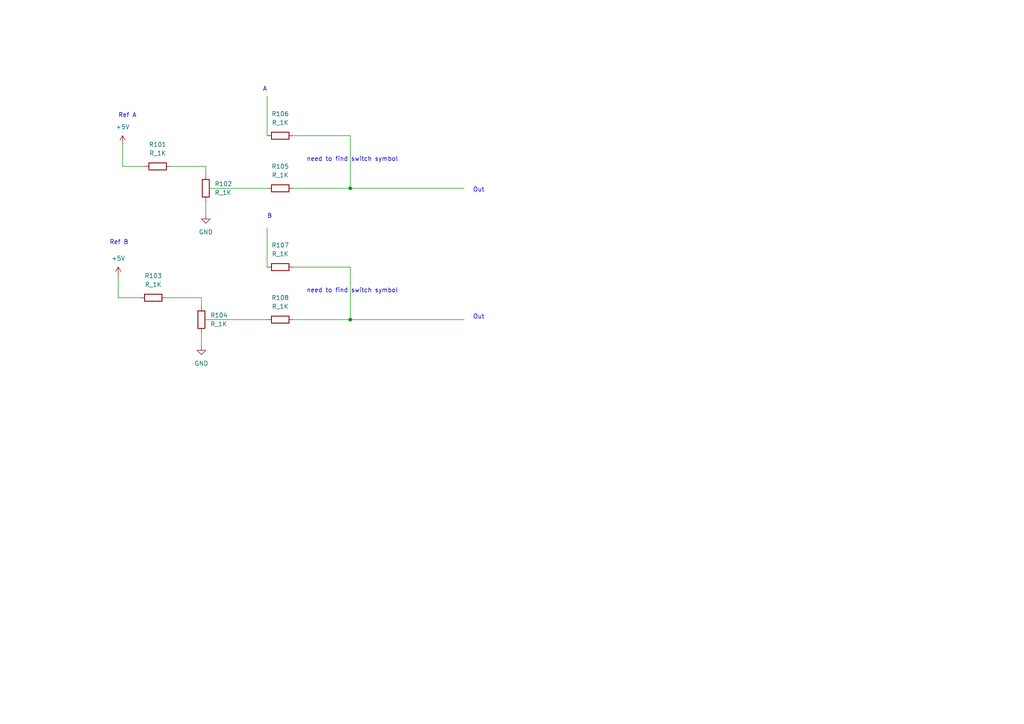
<source format=kicad_sch>
(kicad_sch (version 20230121) (generator eeschema)
  (paper "A4")
  (lib_symbols
    (symbol "R_1K_1" (pin_numbers hide) (pin_names (offset 0))
      (property "Reference" "R" (at 2.032 0 90))
      (property "Value" "R_1K" (at -2.54 0 90))
      (symbol "R_1K_1_0_1"
        (rectangle (start -1.016 -2.54) (end 1.016 2.54) (stroke (width 0.254)))
      )
      (symbol "R_1K_1_1_1"
        (pin passive line (at 0 3.81 270) (length 1.27) (name "~") (number "1"))
        (pin passive line (at 0 -3.81 90) (length 1.27) (name "~") (number "2"))
      )
    )
    (symbol "R_1K_2" (pin_numbers hide) (pin_names (offset 0))
      (property "Reference" "R" (at 2.032 0 90))
      (property "Value" "R_1K" (at -2.54 0 90))
      (symbol "R_1K_2_0_1"
        (rectangle (start -1.016 -2.54) (end 1.016 2.54) (stroke (width 0.254)))
      )
      (symbol "R_1K_2_1_1"
        (pin passive line (at 0 3.81 270) (length 1.27) (name "~") (number "1"))
        (pin passive line (at 0 -3.81 90) (length 1.27) (name "~") (number "2"))
      )
    )
    (symbol "R_1K_3" (pin_numbers hide) (pin_names (offset 0))
      (property "Reference" "R" (at 2.032 0 90))
      (property "Value" "R_1K" (at -2.54 0 90))
      (symbol "R_1K_3_0_1"
        (rectangle (start -1.016 -2.54) (end 1.016 2.54) (stroke (width 0.254)))
      )
      (symbol "R_1K_3_1_1"
        (pin passive line (at 0 3.81 270) (length 1.27) (name "~") (number "1"))
        (pin passive line (at 0 -3.81 90) (length 1.27) (name "~") (number "2"))
      )
    )
    (symbol "formula:+5V_BMS" (power) (pin_names (offset 0))
      (property "Value" "+5V_BMS" (at 0 3.556 0))
      (symbol "+5V_BMS_0_1"
        (polyline (pts (xy -0.762 1.27) (xy 0 2.54)))
        (polyline (pts (xy 0 0) (xy 0 2.54)))
        (polyline (pts (xy 0 2.54) (xy 0.762 1.27)))
      )
      (symbol "+5V_BMS_1_1"
        (pin power_in line (at 0 0 90) (length 0) hide (name "+5V") (number "1"))
      )
    )
    (symbol "formula:R_1K" (pin_numbers hide) (pin_names (offset 0))
      (property "Reference" "R" (at 2.032 0 90))
      (property "Value" "R_1K" (at -2.54 0 90))
      (symbol "R_1K_0_1"
        (rectangle (start -1.016 -2.54) (end 1.016 2.54) (stroke (width 0.254)))
      )
      (symbol "R_1K_1_1"
        (pin passive line (at 0 3.81 270) (length 1.27) (name "~") (number "1"))
        (pin passive line (at 0 -3.81 90) (length 1.27) (name "~") (number "2"))
      )
    )
    (symbol "power:GND" (power) (pin_names (offset 0))
      (property "Value" "GND" (at 0 -3.81 0))
      (symbol "GND_0_1"
        (polyline (pts (xy 0 0) (xy 0 -1.27) (xy 1.27 -1.27) (xy 0 -2.54) (xy -1.27 -1.27) (xy 0 -1.27)))
      )
      (symbol "GND_1_1"
        (pin power_in line (at 0 0 270) (length 0) hide (name "GND") (number "1"))
      )
    )
  )
  (junction (at 101.6 54.61))
  (junction (at 101.6 92.71))
  (wire (pts (xy 77.47 66.04) (xy 77.47 77.47)))
  (wire (pts (xy 85.09 54.61) (xy 101.6 54.61)))
  (wire (pts (xy 48.26 86.36) (xy 58.42 86.36)))
  (wire (pts (xy 77.47 27.94) (xy 77.47 39.37)))
  (wire (pts (xy 34.29 80.01) (xy 34.29 86.36)))
  (wire (pts (xy 35.56 41.91) (xy 35.56 48.26)))
  (wire (pts (xy 59.69 58.42) (xy 59.69 62.23)))
  (wire (pts (xy 59.69 48.26) (xy 59.69 50.8)))
  (wire (pts (xy 58.42 86.36) (xy 58.42 88.9)))
  (wire (pts (xy 49.53 48.26) (xy 59.69 48.26)))
  (wire (pts (xy 58.42 96.52) (xy 58.42 100.33)))
  (wire (pts (xy 85.09 92.71) (xy 101.6 92.71)))
  (wire (pts (xy 59.69 92.71) (xy 77.47 92.71)))
  (wire (pts (xy 35.56 48.26) (xy 41.91 48.26)))
  (wire (pts (xy 101.6 54.61) (xy 134.62 54.61)))
  (wire (pts (xy 85.09 39.37) (xy 101.6 39.37)))
  (wire (pts (xy 34.29 86.36) (xy 40.64 86.36)))
  (wire (pts (xy 85.09 77.47) (xy 101.6 77.47)))
  (wire (pts (xy 60.96 54.61) (xy 77.47 54.61)))
  (wire (pts (xy 101.6 77.47) (xy 101.6 92.71)))
  (wire (pts (xy 101.6 92.71) (xy 134.62 92.71)))
  (wire (pts (xy 101.6 39.37) (xy 101.6 54.61)))
  (text "Out" (at 137.16 92.71 0) (effects (font (size 1.27 1.27)) (justify left bottom)))
  (text "Ref B" (at 31.75 71.12 0) (effects (font (size 1.27 1.27)) (justify left bottom)))
  (text "need to find switch symbol" (at 88.9 46.99 0) (effects (font (size 1.27 1.27)) (justify left bottom)))
  (text "A" (at 76.2 26.67 0) (effects (font (size 1.27 1.27)) (justify left bottom)))
  (text "Out" (at 137.16 55.88 0) (effects (font (size 1.27 1.27)) (justify left bottom)))
  (text "Ref A" (at 34.29 34.29 0) (effects (font (size 1.27 1.27)) (justify left bottom)))
  (text "need to find switch symbol" (at 88.9 85.09 0) (effects (font (size 1.27 1.27)) (justify left bottom)))
  (text "B" (at 77.47 63.5 0) (effects (font (size 1.27 1.27)) (justify left bottom)))
  (symbol (lib_id "formula:+5V_BMS") (at 34.29 80.01 0) (unit 1)
    (property "Reference" "#PWR?" (effects hide))
    (property "Value" "+5V_BMS" (at 34.29 74.93 0))
  )
  (symbol (lib_name "R_1K_1") (lib_id "formula:R_1K") (at 59.69 54.61 0) (unit 1)
    (property "Reference" "R102" (at 62.23 53.34 0) (effects (justify left)))
    (property "Value" "R_1K" (at 62.23 55.88 0) (effects (justify left)))
    (property "Footprint" "footprints:R_0805_OEM" (effects hide))
    (property "Datasheet" "https://www.seielect.com/Catalog/SEI-rncp.pdf" (effects hide))
    (property "MFN" "DK" (effects hide))
    (property "MPN" "RNCP0805FTD1K00CT-ND" (effects hide))
    (property "PurchasingLink" "https://www.digikey.com/products/en?keywords=RNCP0805FTD1K00CT-ND" (effects hide))
  )
  (symbol (lib_id "power:GND") (at 58.42 100.33 0) (unit 1)
    (property "Reference" "#PWR?" (effects hide))
    (property "Value" "GND" (at 58.42 105.41 0))
  )
  (symbol (lib_id "formula:+5V_BMS") (at 35.56 41.91 0) (unit 1)
    (property "Reference" "#PWR?" (effects hide))
    (property "Value" "+5V_BMS" (at 35.56 36.83 0))
  )
  (symbol (lib_name "R_1K_1") (lib_id "formula:R_1K") (at 58.42 92.71 0) (unit 1)
    (property "Reference" "R104" (at 60.96 91.44 0) (effects (justify left)))
    (property "Value" "R_1K" (at 60.96 93.98 0) (effects (justify left)))
    (property "Footprint" "footprints:R_0805_OEM" (effects hide))
    (property "Datasheet" "https://www.seielect.com/Catalog/SEI-rncp.pdf" (effects hide))
    (property "MFN" "DK" (effects hide))
    (property "MPN" "RNCP0805FTD1K00CT-ND" (effects hide))
    (property "PurchasingLink" "https://www.digikey.com/products/en?keywords=RNCP0805FTD1K00CT-ND" (effects hide))
  )
  (symbol (lib_id "formula:R_1K") (at 44.45 86.36 90) (unit 1)
    (property "Reference" "R103" (at 44.45 80.01 90))
    (property "Value" "R_1K" (at 44.45 82.55 90))
  )
  (symbol (lib_name "R_1K_2") (lib_id "formula:R_1K") (at 81.28 54.61 90) (unit 1)
    (property "Reference" "R105" (at 81.28 48.26 90))
    (property "Value" "R_1K" (at 81.28 50.8 90))
    (property "Footprint" "footprints:R_0805_OEM" (effects hide))
    (property "Datasheet" "https://www.seielect.com/Catalog/SEI-rncp.pdf" (effects hide))
    (property "MFN" "DK" (effects hide))
    (property "MPN" "RNCP0805FTD1K00CT-ND" (effects hide))
    (property "PurchasingLink" "https://www.digikey.com/products/en?keywords=RNCP0805FTD1K00CT-ND" (effects hide))
  )
  (symbol (lib_name "R_1K_2") (lib_id "formula:R_1K") (at 81.28 92.71 90) (unit 1)
    (property "Reference" "R108" (at 81.28 86.36 90))
    (property "Value" "R_1K" (at 81.28 88.9 90))
    (property "Footprint" "footprints:R_0805_OEM" (effects hide))
    (property "Datasheet" "https://www.seielect.com/Catalog/SEI-rncp.pdf" (effects hide))
    (property "MFN" "DK" (effects hide))
    (property "MPN" "RNCP0805FTD1K00CT-ND" (effects hide))
    (property "PurchasingLink" "https://www.digikey.com/products/en?keywords=RNCP0805FTD1K00CT-ND" (effects hide))
  )
  (symbol (lib_name "R_1K_3") (lib_id "formula:R_1K") (at 81.28 39.37 90) (unit 1)
    (property "Reference" "R106" (at 81.28 33.02 90))
    (property "Value" "R_1K" (at 81.28 35.56 90))
    (property "Footprint" "footprints:R_0805_OEM" (effects hide))
    (property "Datasheet" "https://www.seielect.com/Catalog/SEI-rncp.pdf" (effects hide))
    (property "MFN" "DK" (effects hide))
    (property "MPN" "RNCP0805FTD1K00CT-ND" (effects hide))
    (property "PurchasingLink" "https://www.digikey.com/products/en?keywords=RNCP0805FTD1K00CT-ND" (effects hide))
  )
  (symbol (lib_id "formula:R_1K") (at 45.72 48.26 90) (unit 1)
    (property "Reference" "R101" (at 45.72 41.91 90))
    (property "Value" "R_1K" (at 45.72 44.45 90))
  )
  (symbol (lib_name "R_1K_3") (lib_id "formula:R_1K") (at 81.28 77.47 90) (unit 1)
    (property "Reference" "R107" (at 81.28 71.12 90))
    (property "Value" "R_1K" (at 81.28 73.66 90))
    (property "Footprint" "footprints:R_0805_OEM" (effects hide))
    (property "Datasheet" "https://www.seielect.com/Catalog/SEI-rncp.pdf" (effects hide))
    (property "MFN" "DK" (effects hide))
    (property "MPN" "RNCP0805FTD1K00CT-ND" (effects hide))
    (property "PurchasingLink" "https://www.digikey.com/products/en?keywords=RNCP0805FTD1K00CT-ND" (effects hide))
  )
  (symbol (lib_id "power:GND") (at 59.69 62.23 0) (unit 1)
    (property "Reference" "#PWR?" (effects hide))
    (property "Value" "GND" (at 59.69 67.31 0))
  )
)
</source>
